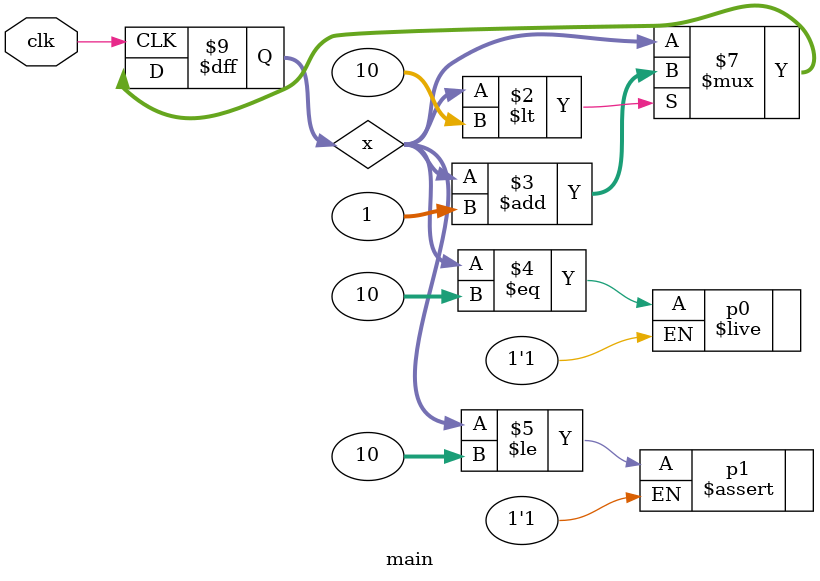
<source format=sv>
module main(input clk);

  reg [31:0] x;
  
  initial x=1;
  
  always @(posedge clk)
    if(x<10)
      x<=x+1;

  // true, but not supported by k-induction
  p0: assert property (s_eventually x == 10);

  // true and supported by k-induction
  p1: assert property (x<=10);

endmodule

</source>
